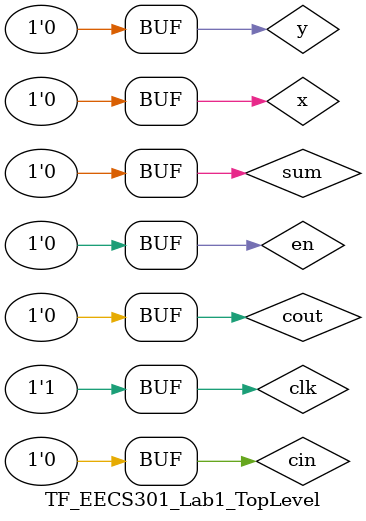
<source format=v>
`timescale 1 ns / 1 ps



module TF_EECS301_Lab1_TopLevel();

	reg clk, en, x, y, cin, cout, sum, complete;
	reg [4:0] i;
	
	
	always// no sensitivity list, always executes 
		begin
			clk = 0; #5;  
			clk = 1; #5;  // 10ns clk period
		end
	
	
	initial begin
		i 		= 0;
		en 	= 0;
		x 		= 0;
		y 		= 0;
		cin 	= 0;
		cout 	= 0;
		sum 	= 0;
		complete = 0;
	end
	
	EECS301_Lab1_TopLevel dut(
		.EN(en),
		.X(x),
		.Y(y),
		.Kin(cin),
		.Kout(cout),
		.U(sum)
	);
	
	
	always @(posedge clk) begin
		if(complete == 0) begin
			i = i+1;
			
			if(i >= 16) begin
				complete = 1;
			end
		
		end
	end
		
	
	

endmodule

</source>
